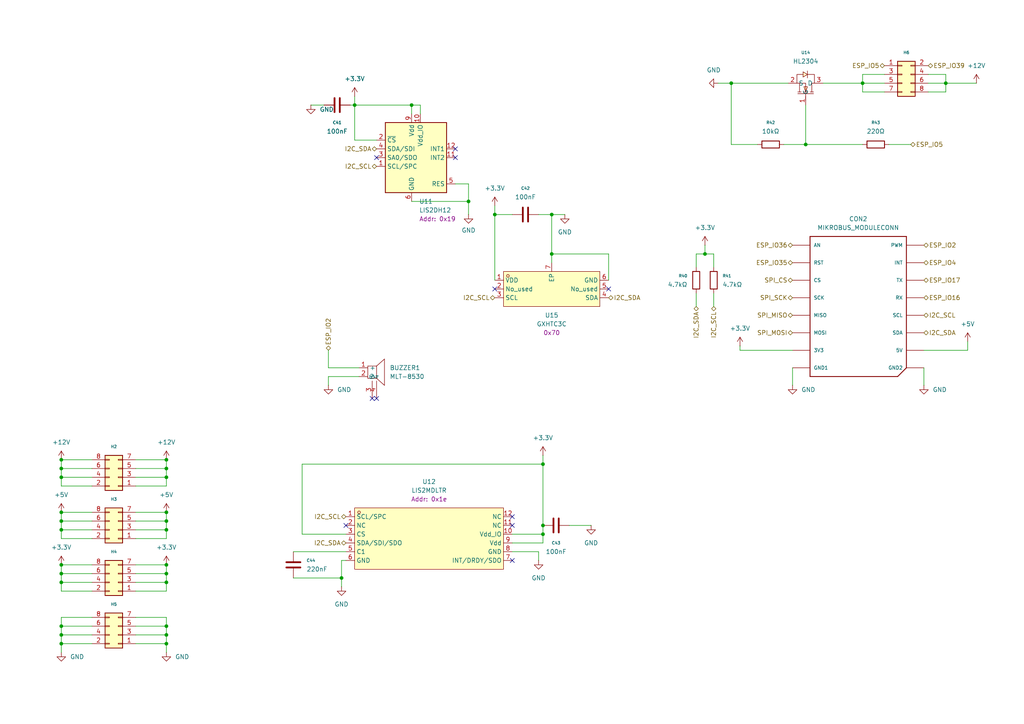
<source format=kicad_sch>
(kicad_sch (version 20231120) (generator "eeschema") (generator_version "8.0")
  (paper "A4")
  (lib_symbols
    (symbol "Connector_Generic:Conn_02x04_Odd_Even" (pin_names (offset 1.016) hide)
      (property "Reference" "J" (at 1.27 5.08 0))
      (property "Value" "Conn_02x04_Odd_Even" (at 1.27 -7.62 0))
      (symbol "Conn_02x04_Odd_Even_1_1"
        (rectangle (start -1.27 -4.953) (end 0 -5.207) (stroke (width 0.1524)))
        (rectangle (start -1.27 -2.413) (end 0 -2.667) (stroke (width 0.1524)))
        (rectangle (start -1.27 0.127) (end 0 -0.127) (stroke (width 0.1524)))
        (rectangle (start -1.27 2.667) (end 0 2.413) (stroke (width 0.1524)))
        (rectangle (start -1.27 3.81) (end 3.81 -6.35) (stroke (width 0.254)) (fill (type background)))
        (rectangle (start 3.81 -4.953) (end 2.54 -5.207) (stroke (width 0.1524)))
        (rectangle (start 3.81 -2.413) (end 2.54 -2.667) (stroke (width 0.1524)))
        (rectangle (start 3.81 0.127) (end 2.54 -0.127) (stroke (width 0.1524)))
        (rectangle (start 3.81 2.667) (end 2.54 2.413) (stroke (width 0.1524)))
        (pin passive line (at -5.08 2.54 0) (length 3.81) (name "Pin_1") (number "1"))
        (pin passive line (at 7.62 2.54 180) (length 3.81) (name "Pin_2") (number "2"))
        (pin passive line (at -5.08 0 0) (length 3.81) (name "Pin_3") (number "3"))
        (pin passive line (at 7.62 0 180) (length 3.81) (name "Pin_4") (number "4"))
        (pin passive line (at -5.08 -2.54 0) (length 3.81) (name "Pin_5") (number "5"))
        (pin passive line (at 7.62 -2.54 180) (length 3.81) (name "Pin_6") (number "6"))
        (pin passive line (at -5.08 -5.08 0) (length 3.81) (name "Pin_7") (number "7"))
        (pin passive line (at 7.62 -5.08 180) (length 3.81) (name "Pin_8") (number "8"))
      )
    )
    (symbol "Device:C" (pin_numbers hide) (pin_names (offset 0.254))
      (property "Reference" "C" (at 0.635 2.54 0))
      (property "Value" "C" (at 0.635 -2.54 0))
      (symbol "C_0_1"
        (polyline (pts (xy -2.032 -0.762) (xy 2.032 -0.762)) (stroke (width 0.508)))
        (polyline (pts (xy -2.032 0.762) (xy 2.032 0.762)) (stroke (width 0.508)))
      )
      (symbol "C_1_1"
        (pin passive line (at 0 3.81 270) (length 2.794) (name "~") (number "1"))
        (pin passive line (at 0 -3.81 90) (length 2.794) (name "~") (number "2"))
      )
    )
    (symbol "Device:R" (pin_numbers hide) (pin_names (offset 0))
      (property "Reference" "R" (at 2.032 0 90))
      (property "Value" "R" (at 0 0 90))
      (symbol "R_0_1"
        (rectangle (start -1.016 -2.54) (end 1.016 2.54) (stroke (width 0.254)))
      )
      (symbol "R_1_1"
        (pin passive line (at 0 3.81 270) (length 1.27) (name "~") (number "1"))
        (pin passive line (at 0 -3.81 90) (length 1.27) (name "~") (number "2"))
      )
    )
    (symbol "Library:GXHTC3C"
      (property "Reference" "U15" (at 0 -8.89 0))
      (property "Value" "GXHTC3C" (at 0 -11.43 0))
      (property "Addr" "0x60" (at 0 -13.97 0))
      (symbol "GXHTC3C_0_1"
        (rectangle (start -13.97 3.81) (end 13.97 -6.35) (fill (type background)))
        (circle (center -12.7 2.54) (radius 0.38))
        (pin unspecified line (at -16.51 -1.27 0) (length 2.54) (name "No_used") (number "2"))
        (pin unspecified line (at -16.51 -3.81 0) (length 2.54) (name "SCL") (number "3"))
        (pin unspecified line (at 16.51 -1.27 180) (length 2.54) (name "No_used") (number "5"))
        (pin unspecified line (at 16.51 1.27 180) (length 2.54) (name "GND") (number "6"))
        (pin unspecified line (at 0 6.35 270) (length 2.54) (name "EP") (number "7"))
      )
      (symbol "GXHTC3C_1_1"
        (pin unspecified line (at -16.51 1.27 0) (length 2.54) (name "VDD") (number "1"))
        (pin unspecified line (at 16.51 -3.81 180) (length 2.54) (name "SDA") (number "4"))
      )
    )
    (symbol "Library:HL2304"
      (property "Reference" "U" (at 0 10.16 0))
      (property "Value" "HL2304" (at 0 -10.16 0))
      (symbol "HL2304_0_1"
        (polyline (pts (xy -3.81 0) (xy -1.78 0)))
        (polyline (pts (xy -1.78 2.29) (xy -1.78 -2.29)))
        (polyline (pts (xy -1.27 -2.29) (xy -1.27 -1.27)))
        (polyline (pts (xy -1.27 -0.51) (xy -1.27 0.51)))
        (polyline (pts (xy -1.27 2.29) (xy -1.27 1.27)))
        (polyline (pts (xy 1.27 -1.78) (xy -1.27 -1.78)))
        (polyline (pts (xy -1.27 0) (xy 0.25 -0.51) (xy 0.25 0.51) (xy -1.27 0)) (fill (type background)))
        (polyline (pts (xy 3.81 0.51) (xy 3.05 -0.76) (xy 4.57 -0.76) (xy 3.81 0.51)) (fill (type background)))
        (polyline (pts (xy 4.83 0.51) (xy 4.32 0.51) (xy 3.3 0.51) (xy 2.79 0.51)))
        (polyline (pts (xy -1.27 0) (xy 1.27 0) (xy 1.27 -2.54) (xy 3.81 -2.54) (xy 3.81 -0.76)))
        (polyline (pts (xy -1.27 1.78) (xy 1.27 1.78) (xy 1.27 2.54) (xy 3.81 2.54) (xy 3.81 0.51)))
        (pin unspecified line (at -5.08 0 0) (length 2.54) (name "G") (number "1"))
        (pin unspecified line (at 1.27 -5.08 90) (length 2.54) (name "S") (number "2"))
        (pin unspecified line (at 1.27 5.08 270) (length 2.54) (name "D") (number "3"))
      )
    )
    (symbol "Library:LIS2MDLTR"
      (property "Reference" "U" (at 0 11.43 0))
      (property "Value" "LIS2MDLTR" (at 0 -11.43 0))
      (symbol "LIS2MDLTR_0_1"
        (rectangle (start -21.59 8.89) (end 21.59 -8.89) (fill (type background)))
        (circle (center -20.32 7.62) (radius 0.38))
        (pin unspecified line (at -24.13 6.35 0) (length 2.54) (name "SCL/SPC") (number "1"))
        (pin unspecified line (at 24.13 1.27 180) (length 2.54) (name "Vdd_IO") (number "10"))
        (pin unspecified line (at 24.13 3.81 180) (length 2.54) (name "NC") (number "11"))
        (pin unspecified line (at 24.13 6.35 180) (length 2.54) (name "NC") (number "12"))
        (pin unspecified line (at -24.13 3.81 0) (length 2.54) (name "NC") (number "2"))
        (pin unspecified line (at -24.13 1.27 0) (length 2.54) (name "CS") (number "3"))
        (pin unspecified line (at -24.13 -1.27 0) (length 2.54) (name "SDA/SDI/SDO") (number "4"))
        (pin unspecified line (at -24.13 -3.81 0) (length 2.54) (name "C1") (number "5"))
        (pin unspecified line (at -24.13 -6.35 0) (length 2.54) (name "GND") (number "6"))
        (pin unspecified line (at 24.13 -6.35 180) (length 2.54) (name "INT/DRDY/SDO") (number "7"))
        (pin unspecified line (at 24.13 -3.81 180) (length 2.54) (name "GND") (number "8"))
        (pin unspecified line (at 24.13 -1.27 180) (length 2.54) (name "Vdd") (number "9"))
      )
    )
    (symbol "Library:MLT-8530"
      (property "Reference" "BUZZER" (at 0 6.35 0))
      (property "Value" "MLT-8530" (at 0 -12.7 0))
      (symbol "MLT-8530_0_1"
        (polyline (pts (xy -1.27 -1.78) (xy 1.27 -1.78)))
        (polyline (pts (xy -1.27 1.78) (xy -1.27 -1.78)))
        (polyline (pts (xy -1.27 1.78) (xy 1.27 1.78)))
        (polyline (pts (xy 1.27 -1.78) (xy 3.56 -3.81)))
        (polyline (pts (xy 1.27 1.78) (xy 1.27 -1.78)))
        (polyline (pts (xy 3.56 3.81) (xy 1.27 1.78)))
        (polyline (pts (xy 3.56 3.81) (xy 3.56 -3.81)))
        (pin unspecified line (at -3.81 1.27 0) (length 2.54) (name "+") (number "1"))
        (pin unspecified line (at -3.81 -1.27 0) (length 2.54) (name "2") (number "2"))
        (pin unspecified line (at 0 -7.62 90) (length 5.08) (name "3") (number "3"))
        (pin unspecified line (at 1.27 -7.62 90) (length 5.08) (name "4") (number "4"))
      )
    )
    (symbol "Sensor_Motion:LIS2DE12"
      (property "Reference" "U" (at -5.08 11.43 0))
      (property "Value" "LIS2DE12" (at 3.81 11.43 0))
      (symbol "LIS2DE12_0_1"
        (rectangle (start -7.62 10.16) (end 10.16 -10.16) (stroke (width 0.254)) (fill (type background)))
      )
      (symbol "LIS2DE12_1_1"
        (pin input line (at -10.16 -2.54 0) (length 2.54) (name "SCL/SPC") (number "1"))
        (pin power_in line (at 2.54 12.7 270) (length 2.54) (name "Vdd_IO") (number "10"))
        (pin output line (at 12.7 0 180) (length 2.54) (name "INT2") (number "11"))
        (pin output line (at 12.7 2.54 180) (length 2.54) (name "INT1") (number "12"))
        (pin input line (at -10.16 5.08 0) (length 2.54) (name "~{CS}") (number "2"))
        (pin bidirectional line (at -10.16 0 0) (length 2.54) (name "SA0/SDO") (number "3"))
        (pin bidirectional line (at -10.16 2.54 0) (length 2.54) (name "SDA/SDI") (number "4"))
        (pin passive line (at 12.7 -7.62 180) (length 2.54) (name "RES") (number "5"))
        (pin power_in line (at 0 -12.7 90) (length 2.54) (name "GND") (number "6"))
        (pin passive line (at 0 -12.7 90) (length 2.54) hide (name "GND") (number "7"))
        (pin passive line (at 0 -12.7 90) (length 2.54) hide (name "GND") (number "8"))
        (pin power_in line (at 0 12.7 270) (length 2.54) (name "Vdd") (number "9"))
      )
    )
    (symbol "mikroBUS:MIKROBUS_MODULE_CONN" (pin_numbers hide) (pin_names (offset 1.016))
      (property "Reference" "CON" (at 10.16 38.1 0))
      (property "Value" "MIKROBUS_MODULE_CONN" (at 2.54 3.81 0))
      (symbol "MIKROBUS_MODULE_CONN_0_0"
        (polyline (pts (xy 0 0) (xy 0 40.64)) (stroke (width 0.254)))
        (polyline (pts (xy 0 40.64) (xy 27.94 40.64)) (stroke (width 0.254)))
        (polyline (pts (xy 25.4 0) (xy 0 0)) (stroke (width 0.254)))
        (polyline (pts (xy 27.94 2.54) (xy 25.4 0)) (stroke (width 0.254)))
        (polyline (pts (xy 27.94 40.64) (xy 27.94 2.54)) (stroke (width 0.254)))
        (pin bidirectional line (at -5.08 38.1 0) (length 5.08) (name "AN") (number "P1"))
        (pin power_in line (at 33.02 7.62 180) (length 5.08) (name "5V") (number "P10"))
        (pin bidirectional line (at 33.02 12.7 180) (length 5.08) (name "SDA") (number "P11"))
        (pin bidirectional line (at 33.02 17.78 180) (length 5.08) (name "SCL") (number "P12"))
        (pin bidirectional line (at 33.02 22.86 180) (length 5.08) (name "RX") (number "P13"))
        (pin bidirectional line (at 33.02 27.94 180) (length 5.08) (name "TX") (number "P14"))
        (pin bidirectional line (at 33.02 33.02 180) (length 5.08) (name "INT") (number "P15"))
        (pin bidirectional line (at 33.02 38.1 180) (length 5.08) (name "PWM") (number "P16"))
        (pin bidirectional line (at -5.08 33.02 0) (length 5.08) (name "RST") (number "P2"))
        (pin bidirectional line (at -5.08 27.94 0) (length 5.08) (name "CS") (number "P3"))
        (pin bidirectional line (at -5.08 22.86 0) (length 5.08) (name "SCK") (number "P4"))
        (pin bidirectional line (at -5.08 17.78 0) (length 5.08) (name "MISO") (number "P5"))
        (pin bidirectional line (at -5.08 12.7 0) (length 5.08) (name "MOSI") (number "P6"))
        (pin power_in line (at -5.08 7.62 0) (length 5.08) (name "3V3") (number "P7"))
        (pin bidirectional line (at -5.08 2.54 0) (length 5.08) (name "GND1") (number "P8"))
        (pin bidirectional line (at 33.02 2.54 180) (length 5.08) (name "GND2") (number "P9"))
      )
    )
    (symbol "power:+12V" (power) (pin_numbers hide) (pin_names (offset 0) hide)
      (property "Value" "+12V" (at 0 3.556 0))
      (symbol "+12V_0_1"
        (polyline (pts (xy -0.762 1.27) (xy 0 2.54)))
        (polyline (pts (xy 0 0) (xy 0 2.54)))
        (polyline (pts (xy 0 2.54) (xy 0.762 1.27)))
      )
      (symbol "+12V_1_1"
        (pin power_in line (at 0 0 90) (length 0) (name "~") (number "1"))
      )
    )
    (symbol "power:+3.3V" (power) (pin_numbers hide) (pin_names (offset 0) hide)
      (property "Value" "+3.3V" (at 0 3.556 0))
      (symbol "+3.3V_0_1"
        (polyline (pts (xy -0.762 1.27) (xy 0 2.54)))
        (polyline (pts (xy 0 0) (xy 0 2.54)))
        (polyline (pts (xy 0 2.54) (xy 0.762 1.27)))
      )
      (symbol "+3.3V_1_1"
        (pin power_in line (at 0 0 90) (length 0) (name "~") (number "1"))
      )
    )
    (symbol "power:+5V" (power) (pin_numbers hide) (pin_names (offset 0) hide)
      (property "Value" "+5V" (at 0 3.556 0))
      (symbol "+5V_0_1"
        (polyline (pts (xy -0.762 1.27) (xy 0 2.54)))
        (polyline (pts (xy 0 0) (xy 0 2.54)))
        (polyline (pts (xy 0 2.54) (xy 0.762 1.27)))
      )
      (symbol "+5V_1_1"
        (pin power_in line (at 0 0 90) (length 0) (name "~") (number "1"))
      )
    )
    (symbol "power:GND" (power) (pin_numbers hide) (pin_names (offset 0) hide)
      (property "Value" "GND" (at 0 -3.81 0))
      (symbol "GND_0_1"
        (polyline (pts (xy 0 0) (xy 0 -1.27) (xy 1.27 -1.27) (xy 0 -2.54) (xy -1.27 -1.27) (xy 0 -1.27)))
      )
      (symbol "GND_1_1"
        (pin power_in line (at 0 0 270) (length 0) (name "~") (number "1"))
      )
    )
  )
  (junction (at 48.26 133.35))
  (junction (at 212.09 24.13))
  (junction (at 48.26 138.43))
  (junction (at 102.87 30.48))
  (junction (at 48.26 148.59))
  (junction (at 274.32 24.13))
  (junction (at 160.02 62.23))
  (junction (at 250.19 24.13))
  (junction (at 48.26 151.13))
  (junction (at 48.26 168.91))
  (junction (at 17.78 184.15))
  (junction (at 48.26 184.15))
  (junction (at 99.06 167.64))
  (junction (at 143.51 62.23))
  (junction (at 204.47 73.66))
  (junction (at 17.78 151.13))
  (junction (at 17.78 138.43))
  (junction (at 157.48 152.4))
  (junction (at 17.78 186.69))
  (junction (at 48.26 181.61))
  (junction (at 17.78 133.35))
  (junction (at 48.26 186.69))
  (junction (at 48.26 166.37))
  (junction (at 17.78 168.91))
  (junction (at 160.02 73.66))
  (junction (at 157.48 134.62))
  (junction (at 48.26 163.83))
  (junction (at 17.78 135.89))
  (junction (at 233.68 41.91))
  (junction (at 48.26 135.89))
  (junction (at 17.78 166.37))
  (junction (at 17.78 148.59))
  (junction (at 17.78 181.61))
  (junction (at 17.78 163.83))
  (junction (at 48.26 153.67))
  (junction (at 157.48 154.94))
  (junction (at 17.78 153.67))
  (junction (at 135.89 58.42))
  (junction (at 119.38 30.48))
  (no_connect (at 148.59 162.56))
  (no_connect (at 176.53 83.82))
  (no_connect (at 109.22 115.57))
  (no_connect (at 107.95 115.57))
  (no_connect (at 143.51 83.82))
  (no_connect (at 148.59 149.86))
  (no_connect (at 109.22 45.72))
  (no_connect (at 100.33 152.4))
  (no_connect (at 148.59 152.4))
  (no_connect (at 132.08 45.72))
  (no_connect (at 132.08 43.18))
  (wire (pts (xy 250.19 24.13) (xy 256.54 24.13)))
  (wire (pts (xy 48.26 171.45) (xy 39.37 171.45)))
  (wire (pts (xy 233.68 41.91) (xy 250.19 41.91)))
  (wire (pts (xy 48.26 181.61) (xy 48.26 184.15)))
  (wire (pts (xy 17.78 140.97) (xy 17.78 138.43)))
  (wire (pts (xy 135.89 58.42) (xy 135.89 53.34)))
  (wire (pts (xy 17.78 135.89) (xy 17.78 133.35)))
  (wire (pts (xy 39.37 184.15) (xy 48.26 184.15)))
  (wire (pts (xy 26.67 168.91) (xy 17.78 168.91)))
  (wire (pts (xy 157.48 157.48) (xy 148.59 157.48)))
  (wire (pts (xy 229.87 111.76) (xy 229.87 106.68)))
  (wire (pts (xy 157.48 132.08) (xy 157.48 134.62)))
  (wire (pts (xy 26.67 135.89) (xy 17.78 135.89)))
  (wire (pts (xy 250.19 24.13) (xy 250.19 26.67)))
  (wire (pts (xy 201.93 73.66) (xy 204.47 73.66)))
  (wire (pts (xy 176.53 73.66) (xy 160.02 73.66)))
  (wire (pts (xy 17.78 148.59) (xy 17.78 151.13)))
  (wire (pts (xy 26.67 153.67) (xy 17.78 153.67)))
  (wire (pts (xy 17.78 181.61) (xy 17.78 179.07)))
  (wire (pts (xy 201.93 85.09) (xy 201.93 88.9)))
  (wire (pts (xy 48.26 179.07) (xy 48.26 181.61)))
  (wire (pts (xy 17.78 166.37) (xy 17.78 168.91)))
  (wire (pts (xy 207.01 85.09) (xy 207.01 88.9)))
  (wire (pts (xy 171.45 152.4) (xy 165.1 152.4)))
  (wire (pts (xy 48.26 135.89) (xy 48.26 138.43)))
  (wire (pts (xy 48.26 163.83) (xy 48.26 166.37)))
  (wire (pts (xy 39.37 181.61) (xy 48.26 181.61)))
  (wire (pts (xy 102.87 30.48) (xy 102.87 27.94)))
  (wire (pts (xy 48.26 166.37) (xy 48.26 168.91)))
  (wire (pts (xy 95.25 101.6) (xy 95.25 106.68)))
  (wire (pts (xy 204.47 71.12) (xy 204.47 73.66)))
  (wire (pts (xy 48.26 179.07) (xy 39.37 179.07)))
  (wire (pts (xy 157.48 154.94) (xy 157.48 157.48)))
  (wire (pts (xy 48.26 184.15) (xy 48.26 186.69)))
  (wire (pts (xy 48.26 163.83) (xy 39.37 163.83)))
  (wire (pts (xy 48.26 168.91) (xy 48.26 171.45)))
  (wire (pts (xy 207.01 73.66) (xy 207.01 77.47)))
  (wire (pts (xy 17.78 171.45) (xy 26.67 171.45)))
  (wire (pts (xy 95.25 109.22) (xy 104.14 109.22)))
  (wire (pts (xy 176.53 81.28) (xy 176.53 73.66)))
  (wire (pts (xy 148.59 160.02) (xy 156.21 160.02)))
  (wire (pts (xy 280.67 99.06) (xy 280.67 101.6)))
  (wire (pts (xy 160.02 73.66) (xy 160.02 76.2)))
  (wire (pts (xy 48.26 148.59) (xy 48.26 151.13)))
  (wire (pts (xy 160.02 62.23) (xy 163.83 62.23)))
  (wire (pts (xy 85.09 167.64) (xy 99.06 167.64)))
  (wire (pts (xy 48.26 156.21) (xy 39.37 156.21)))
  (wire (pts (xy 48.26 138.43) (xy 48.26 140.97)))
  (wire (pts (xy 143.51 81.28) (xy 143.51 62.23)))
  (wire (pts (xy 100.33 160.02) (xy 85.09 160.02)))
  (wire (pts (xy 95.25 111.76) (xy 95.25 109.22)))
  (wire (pts (xy 201.93 73.66) (xy 201.93 77.47)))
  (wire (pts (xy 119.38 58.42) (xy 135.89 58.42)))
  (wire (pts (xy 48.26 151.13) (xy 48.26 153.67)))
  (wire (pts (xy 212.09 41.91) (xy 219.71 41.91)))
  (wire (pts (xy 256.54 21.59) (xy 250.19 21.59)))
  (wire (pts (xy 143.51 59.69) (xy 143.51 62.23)))
  (wire (pts (xy 212.09 24.13) (xy 212.09 41.91)))
  (wire (pts (xy 269.24 24.13) (xy 274.32 24.13)))
  (wire (pts (xy 17.78 135.89) (xy 17.78 138.43)))
  (wire (pts (xy 39.37 135.89) (xy 48.26 135.89)))
  (wire (pts (xy 17.78 153.67) (xy 17.78 156.21)))
  (wire (pts (xy 26.67 151.13) (xy 17.78 151.13)))
  (wire (pts (xy 204.47 73.66) (xy 207.01 73.66)))
  (wire (pts (xy 17.78 186.69) (xy 26.67 186.69)))
  (wire (pts (xy 99.06 162.56) (xy 99.06 167.64)))
  (wire (pts (xy 157.48 152.4) (xy 157.48 154.94)))
  (wire (pts (xy 102.87 40.64) (xy 102.87 30.48)))
  (wire (pts (xy 48.26 133.35) (xy 48.26 135.89)))
  (wire (pts (xy 102.87 30.48) (xy 119.38 30.48)))
  (wire (pts (xy 90.17 30.48) (xy 93.98 30.48)))
  (wire (pts (xy 48.26 186.69) (xy 39.37 186.69)))
  (wire (pts (xy 214.63 101.6) (xy 229.87 101.6)))
  (wire (pts (xy 17.78 179.07) (xy 26.67 179.07)))
  (wire (pts (xy 109.22 40.64) (xy 102.87 40.64)))
  (wire (pts (xy 148.59 154.94) (xy 157.48 154.94)))
  (wire (pts (xy 17.78 168.91) (xy 17.78 171.45)))
  (wire (pts (xy 17.78 151.13) (xy 17.78 153.67)))
  (wire (pts (xy 17.78 148.59) (xy 26.67 148.59)))
  (wire (pts (xy 121.92 33.02) (xy 121.92 30.48)))
  (wire (pts (xy 143.51 62.23) (xy 148.59 62.23)))
  (wire (pts (xy 157.48 134.62) (xy 157.48 152.4)))
  (wire (pts (xy 26.67 138.43) (xy 17.78 138.43)))
  (wire (pts (xy 267.97 111.76) (xy 267.97 106.68)))
  (wire (pts (xy 17.78 163.83) (xy 26.67 163.83)))
  (wire (pts (xy 238.76 24.13) (xy 250.19 24.13)))
  (wire (pts (xy 274.32 24.13) (xy 274.32 26.67)))
  (wire (pts (xy 274.32 21.59) (xy 274.32 24.13)))
  (wire (pts (xy 212.09 24.13) (xy 208.28 24.13)))
  (wire (pts (xy 156.21 160.02) (xy 156.21 162.56)))
  (wire (pts (xy 39.37 166.37) (xy 48.26 166.37)))
  (wire (pts (xy 26.67 184.15) (xy 17.78 184.15)))
  (wire (pts (xy 48.26 148.59) (xy 39.37 148.59)))
  (wire (pts (xy 17.78 133.35) (xy 26.67 133.35)))
  (wire (pts (xy 48.26 140.97) (xy 39.37 140.97)))
  (wire (pts (xy 212.09 24.13) (xy 228.6 24.13)))
  (wire (pts (xy 274.32 26.67) (xy 269.24 26.67)))
  (wire (pts (xy 99.06 162.56) (xy 100.33 162.56)))
  (wire (pts (xy 257.81 41.91) (xy 264.16 41.91)))
  (wire (pts (xy 87.63 134.62) (xy 157.48 134.62)))
  (wire (pts (xy 95.25 106.68) (xy 104.14 106.68)))
  (wire (pts (xy 99.06 167.64) (xy 99.06 170.18)))
  (wire (pts (xy 87.63 154.94) (xy 87.63 134.62)))
  (wire (pts (xy 17.78 140.97) (xy 26.67 140.97)))
  (wire (pts (xy 101.6 30.48) (xy 102.87 30.48)))
  (wire (pts (xy 250.19 21.59) (xy 250.19 24.13)))
  (wire (pts (xy 214.63 100.33) (xy 214.63 101.6)))
  (wire (pts (xy 26.67 181.61) (xy 17.78 181.61)))
  (wire (pts (xy 39.37 153.67) (xy 48.26 153.67)))
  (wire (pts (xy 156.21 62.23) (xy 160.02 62.23)))
  (wire (pts (xy 160.02 62.23) (xy 160.02 73.66)))
  (wire (pts (xy 48.26 153.67) (xy 48.26 156.21)))
  (wire (pts (xy 39.37 168.91) (xy 48.26 168.91)))
  (wire (pts (xy 100.33 154.94) (xy 87.63 154.94)))
  (wire (pts (xy 119.38 33.02) (xy 119.38 30.48)))
  (wire (pts (xy 119.38 30.48) (xy 121.92 30.48)))
  (wire (pts (xy 48.26 189.23) (xy 48.26 186.69)))
  (wire (pts (xy 233.68 41.91) (xy 233.68 30.48)))
  (wire (pts (xy 39.37 138.43) (xy 48.26 138.43)))
  (wire (pts (xy 227.33 41.91) (xy 233.68 41.91)))
  (wire (pts (xy 135.89 62.23) (xy 135.89 58.42)))
  (wire (pts (xy 17.78 186.69) (xy 17.78 184.15)))
  (wire (pts (xy 280.67 101.6) (xy 267.97 101.6)))
  (wire (pts (xy 17.78 181.61) (xy 17.78 184.15)))
  (wire (pts (xy 17.78 156.21) (xy 26.67 156.21)))
  (wire (pts (xy 269.24 21.59) (xy 274.32 21.59)))
  (wire (pts (xy 26.67 166.37) (xy 17.78 166.37)))
  (wire (pts (xy 48.26 133.35) (xy 39.37 133.35)))
  (wire (pts (xy 135.89 53.34) (xy 132.08 53.34)))
  (wire (pts (xy 17.78 163.83) (xy 17.78 166.37)))
  (wire (pts (xy 17.78 189.23) (xy 17.78 186.69)))
  (wire (pts (xy 250.19 26.67) (xy 256.54 26.67)))
  (wire (pts (xy 39.37 151.13) (xy 48.26 151.13)))
  (wire (pts (xy 283.21 24.13) (xy 274.32 24.13)))
  (hierarchical_label "I2C_SDA" (shape bidirectional) (at 267.97 96.52 0))
  (hierarchical_label "I2C_SDA" (shape bidirectional) (at 100.33 157.48 180))
  (hierarchical_label "ESP_IO35" (shape bidirectional) (at 229.87 76.2 180))
  (hierarchical_label "I2C_SCL" (shape bidirectional) (at 109.22 48.26 180))
  (hierarchical_label "ESP_IO39" (shape bidirectional) (at 269.24 19.05 0))
  (hierarchical_label "ESP_IO5" (shape bidirectional) (at 264.16 41.91 0))
  (hierarchical_label "I2C_SDA" (shape bidirectional) (at 201.93 88.9 270))
  (hierarchical_label "ESP_IO5" (shape bidirectional) (at 256.54 19.05 180))
  (hierarchical_label "ESP_IO17" (shape bidirectional) (at 267.97 81.28 0))
  (hierarchical_label "ESP_IO36" (shape bidirectional) (at 229.87 71.12 180))
  (hierarchical_label "SPI_MISO" (shape bidirectional) (at 229.87 91.44 180))
  (hierarchical_label "I2C_SCL" (shape bidirectional) (at 100.33 149.86 180))
  (hierarchical_label "SPI_MOSI" (shape bidirectional) (at 229.87 96.52 180))
  (hierarchical_label "I2C_SDA" (shape bidirectional) (at 109.22 43.18 180))
  (hierarchical_label "ESP_IO4" (shape bidirectional) (at 267.97 76.2 0))
  (hierarchical_label "I2C_SDA" (shape bidirectional) (at 176.53 86.36 0))
  (hierarchical_label "SPI_SCK" (shape bidirectional) (at 229.87 86.36 180))
  (hierarchical_label "SPI_CS" (shape bidirectional) (at 229.87 81.28 180))
  (hierarchical_label "I2C_SCL" (shape bidirectional) (at 267.97 91.44 0))
  (hierarchical_label "I2C_SCL" (shape bidirectional) (at 207.01 88.9 270))
  (hierarchical_label "I2C_SCL" (shape bidirectional) (at 143.51 86.36 180))
  (hierarchical_label "ESP_IO2" (shape bidirectional) (at 95.25 101.6 90))
  (hierarchical_label "ESP_IO2" (shape bidirectional) (at 267.97 71.12 0))
  (hierarchical_label "ESP_IO16" (shape bidirectional) (at 267.97 86.36 0))
  (symbol (lib_id "Library:MLT-8530") (at 107.95 107.95 0) (unit 1)
    (property "Reference" "BUZZER1" (at 113.03 106.6799 0) (effects (justify left)))
    (property "Value" "MLT-8530" (at 113.03 109.2199 0) (effects (justify left)))
    (property "Footprint" "Library:BUZ-SMD_4P-L8.5-W8.5-P8.50-BR" (effects (hide yes)))
    (property "Datasheet" "https://lcsc.com/product-detail/Buzzers_MLT-8530_C94599.html" (effects (hide yes)))
    (property "LCSC Part" "C94599" (effects (hide yes)))
    (property "LCSC" "C94599" (effects (hide yes)))
  )
  (symbol (lib_id "Device:C") (at 152.4 62.23 270) (unit 1)
    (property "Reference" "C42" (at 152.4 54.61 90) (effects (font (size 0.8382 0.8382))))
    (property "Value" "100nF" (at 152.4 57.15 90))
    (property "Footprint" "Capacitor_SMD:C_0603_1608Metric" (effects (hide yes)))
    (property "Description" "Unpolarized capacitor" (effects (hide yes)))
    (property "LCSC" "C14663" (effects (hide yes)))
  )
  (symbol (lib_id "power:+12V") (at 283.21 24.13 0) (unit 1)
    (property "Reference" "#PWR087" (effects (hide yes)))
    (property "Value" "+12V" (at 283.21 19.05 0))
    (property "Description" "Power symbol creates a global label with name \"+12V\"" (effects (hide yes)))
  )
  (symbol (lib_id "power:+3.3V") (at 157.48 132.08 0) (unit 1)
    (property "Reference" "#PWR074" (effects (hide yes)))
    (property "Value" "+3.3V" (at 157.48 127 0))
    (property "Description" "Power symbol creates a global label with name \"+3.3V\"" (effects (hide yes)))
  )
  (symbol (lib_id "Sensor_Motion:LIS2DE12") (at 119.38 45.72 0) (unit 1)
    (property "Reference" "U11" (at 121.5741 58.42 0) (effects (justify left)))
    (property "Value" "LIS2DH12" (at 121.5741 60.96 0) (effects (justify left)))
    (property "Footprint" "Package_LGA:LGA-12_2x2mm_P0.5mm" (effects (hide yes)))
    (property "Datasheet" "https://www.st.com/resource/en/datasheet/lis2DE12.pdf" (effects (hide yes)))
    (property "Description" "3-Axis Accelerometer, 2/4/8/16g range, I2C/SPI interface" (effects (hide yes)))
    (property "Addr" "0x19" (at 121.5741 63.5 0) (show_name yes) (effects (justify left)))
    (property "LCSC" "C110926" (effects (hide yes)))
  )
  (symbol (lib_id "Device:C") (at 97.79 30.48 270) (unit 1)
    (property "Reference" "C41" (at 97.79 35.56 90) (effects (font (size 0.8382 0.8382))))
    (property "Value" "100nF" (at 97.79 38.1 90))
    (property "Footprint" "Capacitor_SMD:C_0603_1608Metric" (effects (hide yes)))
    (property "Description" "Unpolarized capacitor" (effects (hide yes)))
    (property "LCSC" "C14663" (effects (hide yes)))
  )
  (symbol (lib_id "power:GND") (at 99.06 170.18 0) (unit 1)
    (property "Reference" "#PWR077" (effects (hide yes)))
    (property "Value" "GND" (at 99.06 175.26 0))
    (property "Description" "Power symbol creates a global label with name \"GND\" , ground" (effects (hide yes)))
  )
  (symbol (lib_id "power:+12V") (at 17.78 133.35 0) (unit 1)
    (property "Reference" "#PWR062" (effects (hide yes)))
    (property "Value" "+12V" (at 17.78 128.27 0))
    (property "Description" "Power symbol creates a global label with name \"+12V\"" (effects (hide yes)))
  )
  (symbol (lib_id "power:+12V") (at 48.26 133.35 0) (unit 1)
    (property "Reference" "#PWR066" (effects (hide yes)))
    (property "Value" "+12V" (at 48.26 128.27 0))
    (property "Description" "Power symbol creates a global label with name \"+12V\"" (effects (hide yes)))
  )
  (symbol (lib_id "power:GND") (at 208.28 24.13 270) (unit 1)
    (property "Reference" "#PWR082" (effects (hide yes)))
    (property "Value" "GND" (at 207.01 20.32 90))
    (property "Description" "Power symbol creates a global label with name \"GND\" , ground" (effects (hide yes)))
  )
  (symbol (lib_id "Connector_Generic:Conn_02x04_Odd_Even") (at 34.29 153.67 180) (unit 1)
    (property "Reference" "H3" (at 33.02 144.78 0) (effects (font (size 0.8382 0.8382))))
    (property "Value" "2.54-2*4P立贴针" (effects (hide yes)))
    (property "Footprint" "Connector_PinHeader_2.54mm:PinHeader_2x04_P2.54mm_Vertical_SMD" (effects (hide yes)))
    (property "Description" "Generic connector, double row, 02x04, odd/even pin numbering scheme (row 1 odd numbers, row 2 even numbers), script generated (kicad-library-utils/schlib/autogen/connector/)" (effects (hide yes)))
    (property "Manufacturer Part" "3.3V Header" (effects (hide yes)))
    (property "LCSC" "C192300" (effects (hide yes)))
  )
  (symbol (lib_id "Device:R") (at 201.93 81.28 180) (unit 1)
    (property "Reference" "R40" (at 199.39 80.0099 0) (effects (font (size 0.8382 0.8382)) (justify left)))
    (property "Value" "4.7kΩ" (at 199.39 82.5499 0) (effects (justify left)))
    (property "Footprint" "Resistor_SMD:R_0603_1608Metric" (effects (hide yes)))
    (property "Description" "Resistor" (effects (hide yes)))
    (property "LCSC" "C23162" (effects (hide yes)))
  )
  (symbol (lib_id "power:GND") (at 229.87 111.76 0) (unit 1)
    (property "Reference" "#PWR084" (effects (hide yes)))
    (property "Value" "GND" (at 232.41 113.0299 0) (effects (justify left)))
    (property "Description" "Power symbol creates a global label with name \"GND\" , ground" (effects (hide yes)))
  )
  (symbol (lib_id "power:GND") (at 135.89 62.23 0) (unit 1)
    (property "Reference" "#PWR073" (effects (hide yes)))
    (property "Value" "GND" (at 133.858 66.802 0) (effects (justify left)))
    (property "Description" "Power symbol creates a global label with name \"GND\" , ground" (effects (hide yes)))
  )
  (symbol (lib_id "power:+3.3V") (at 204.47 71.12 0) (unit 1)
    (property "Reference" "#PWR081" (effects (hide yes)))
    (property "Value" "+3.3V" (at 204.47 66.04 0))
    (property "Description" "Power symbol creates a global label with name \"+3.3V\"" (effects (hide yes)))
  )
  (symbol (lib_id "power:GND") (at 156.21 162.56 0) (unit 1)
    (property "Reference" "#PWR076" (effects (hide yes)))
    (property "Value" "GND" (at 156.21 167.64 0))
    (property "Description" "Power symbol creates a global label with name \"GND\" , ground" (effects (hide yes)))
  )
  (symbol (lib_id "power:GND") (at 95.25 111.76 0) (unit 1)
    (property "Reference" "#PWR071" (effects (hide yes)))
    (property "Value" "GND" (at 97.79 113.0299 0) (effects (justify left)))
    (property "Description" "Power symbol creates a global label with name \"GND\" , ground" (effects (hide yes)))
  )
  (symbol (lib_id "power:GND") (at 267.97 111.76 0) (unit 1)
    (property "Reference" "#PWR085" (effects (hide yes)))
    (property "Value" "GND" (at 270.51 113.0299 0) (effects (justify left)))
    (property "Description" "Power symbol creates a global label with name \"GND\" , ground" (effects (hide yes)))
  )
  (symbol (lib_id "power:+3.3V") (at 143.51 59.69 0) (unit 1)
    (property "Reference" "#PWR079" (effects (hide yes)))
    (property "Value" "+3.3V" (at 143.51 54.61 0))
    (property "Description" "Power symbol creates a global label with name \"+3.3V\"" (effects (hide yes)))
  )
  (symbol (lib_id "Device:R") (at 254 41.91 90) (unit 1)
    (property "Reference" "R43" (at 254 35.56 90) (effects (font (size 0.8382 0.8382))))
    (property "Value" "220Ω" (at 254 38.1 90))
    (property "Footprint" "Resistor_SMD:R_0603_1608Metric" (effects (hide yes)))
    (property "Description" "Resistor" (effects (hide yes)))
    (property "LCSC" "C22962" (effects (hide yes)))
  )
  (symbol (lib_id "Connector_Generic:Conn_02x04_Odd_Even") (at 34.29 184.15 180) (unit 1)
    (property "Reference" "H5" (at 33.02 175.26 0) (effects (font (size 0.8382 0.8382))))
    (property "Value" "2.54-2*4P立贴针" (effects (hide yes)))
    (property "Footprint" "Connector_PinHeader_2.54mm:PinHeader_2x04_P2.54mm_Vertical_SMD" (effects (hide yes)))
    (property "Description" "Generic connector, double row, 02x04, odd/even pin numbering scheme (row 1 odd numbers, row 2 even numbers), script generated (kicad-library-utils/schlib/autogen/connector/)" (effects (hide yes)))
    (property "Manufacturer Part" "GND Header" (effects (hide yes)))
    (property "LCSC" "C192300" (effects (hide yes)))
  )
  (symbol (lib_id "power:GND") (at 163.83 62.23 0) (unit 1)
    (property "Reference" "#PWR090" (effects (hide yes)))
    (property "Value" "GND" (at 163.83 67.31 0))
    (property "Description" "Power symbol creates a global label with name \"GND\" , ground" (effects (hide yes)))
  )
  (symbol (lib_id "Library:HL2304") (at 233.68 25.4 270) (mirror x) (unit 1)
    (property "Reference" "U14" (at 233.68 15.24 90) (effects (font (size 0.8382 0.8382))))
    (property "Value" "HL2304" (at 233.68 17.78 90))
    (property "Footprint" "Package_TO_SOT_SMD:SOT-23" (effects (hide yes)))
    (property "Datasheet" "https://ngspice.sourceforge.io/docs/ngspice-html-manual/manual.xhtml#cha_MOSFETs" (effects (hide yes)))
    (property "Description" "N-MOSFET transistor, drain/source/gate" (effects (hide yes)))
    (property "LCSC" "C7420346" (effects (hide yes)))
    (property "Sim.Device" "NMOS" (effects (hide yes)))
    (property "Sim.Type" "VDMOS" (effects (hide yes)))
    (property "Sim.Pins" "1=D 2=G 3=S" (effects (hide yes)))
    (property "LCSC Part" "C7420346" (effects (hide yes)))
  )
  (symbol (lib_id "Connector_Generic:Conn_02x04_Odd_Even") (at 261.62 21.59 0) (unit 1)
    (property "Reference" "H6" (at 262.89 15.24 0) (effects (font (size 0.8382 0.8382))))
    (property "Value" "2.54-2*4P立贴针" (effects (hide yes)))
    (property "Footprint" "Connector_PinHeader_2.54mm:PinHeader_2x04_P2.54mm_Vertical_SMD" (effects (hide yes)))
    (property "Description" "Generic connector, double row, 02x04, odd/even pin numbering scheme (row 1 odd numbers, row 2 even numbers), script generated (kicad-library-utils/schlib/autogen/connector/)" (effects (hide yes)))
    (property "Manufacturer Part" "Light Header" (effects (hide yes)))
    (property "LCSC" "C192300" (effects (hide yes)))
  )
  (symbol (lib_id "Device:R") (at 207.01 81.28 0) (mirror y) (unit 1)
    (property "Reference" "R41" (at 209.55 80.0099 0) (effects (font (size 0.8382 0.8382)) (justify right)))
    (property "Value" "4.7kΩ" (at 209.55 82.5499 0) (effects (justify right)))
    (property "Footprint" "Resistor_SMD:R_0603_1608Metric" (effects (hide yes)))
    (property "Description" "Resistor" (effects (hide yes)))
    (property "LCSC" "C23162" (effects (hide yes)))
  )
  (symbol (lib_id "power:+3.3V") (at 214.63 100.33 0) (unit 1)
    (property "Reference" "#PWR083" (effects (hide yes)))
    (property "Value" "+3.3V" (at 214.63 95.25 0))
    (property "Description" "Power symbol creates a global label with name \"+3.3V\"" (effects (hide yes)))
  )
  (symbol (lib_id "power:+3.3V") (at 48.26 163.83 0) (unit 1)
    (property "Reference" "#PWR068" (effects (hide yes)))
    (property "Value" "+3.3V" (at 48.26 158.75 0))
    (property "Description" "Power symbol creates a global label with name \"+3.3V\"" (effects (hide yes)))
  )
  (symbol (lib_id "power:+3.3V") (at 17.78 163.83 0) (unit 1)
    (property "Reference" "#PWR064" (effects (hide yes)))
    (property "Value" "+3.3V" (at 17.78 158.75 0))
    (property "Description" "Power symbol creates a global label with name \"+3.3V\"" (effects (hide yes)))
  )
  (symbol (lib_id "power:GND") (at 17.78 189.23 0) (mirror y) (unit 1)
    (property "Reference" "#PWR065" (effects (hide yes)))
    (property "Value" "GND" (at 20.32 190.4999 0) (effects (justify right)))
    (property "Description" "Power symbol creates a global label with name \"GND\" , ground" (effects (hide yes)))
  )
  (symbol (lib_id "Connector_Generic:Conn_02x04_Odd_Even") (at 34.29 138.43 180) (unit 1)
    (property "Reference" "H2" (at 33.02 129.54 0) (effects (font (size 0.8382 0.8382))))
    (property "Value" "2.54-2*4P立贴针" (effects (hide yes)))
    (property "Footprint" "Connector_PinHeader_2.54mm:PinHeader_2x04_P2.54mm_Vertical_SMD" (effects (hide yes)))
    (property "Description" "Generic connector, double row, 02x04, odd/even pin numbering scheme (row 1 odd numbers, row 2 even numbers), script generated (kicad-library-utils/schlib/autogen/connector/)" (effects (hide yes)))
    (property "Manufacturer Part" "12V Header" (effects (hide yes)))
    (property "LCSC" "C192300" (effects (hide yes)))
  )
  (symbol (lib_id "Device:C") (at 161.29 152.4 90) (unit 1)
    (property "Reference" "C43" (at 161.29 157.48 90) (effects (font (size 0.8382 0.8382))))
    (property "Value" "100nF" (at 161.29 160.02 90))
    (property "Footprint" "Capacitor_SMD:C_0603_1608Metric" (effects (hide yes)))
    (property "Description" "Unpolarized capacitor" (effects (hide yes)))
    (property "LCSC" "C14663" (effects (hide yes)))
  )
  (symbol (lib_id "Library:GXHTC3C") (at 160.02 82.55 0) (unit 1)
    (property "Reference" "U15" (at 160.02 91.44 0))
    (property "Value" "GXHTC3C" (at 160.02 93.98 0))
    (property "Footprint" "Library:DFN-6_L2.0-W2.0-P0.50-TL-EP" (effects (hide yes)))
    (property "LCSC Part" "C2913568" (effects (hide yes)))
    (property "Addr" "0x70" (at 160.02 96.52 0))
  )
  (symbol (lib_id "Connector_Generic:Conn_02x04_Odd_Even") (at 34.29 168.91 180) (unit 1)
    (property "Reference" "H4" (at 33.02 160.02 0) (effects (font (size 0.8382 0.8382))))
    (property "Value" "2.54-2*4P立贴针" (effects (hide yes)))
    (property "Footprint" "Connector_PinHeader_2.54mm:PinHeader_2x04_P2.54mm_Vertical_SMD" (effects (hide yes)))
    (property "Description" "Generic connector, double row, 02x04, odd/even pin numbering scheme (row 1 odd numbers, row 2 even numbers), script generated (kicad-library-utils/schlib/autogen/connector/)" (effects (hide yes)))
    (property "Manufacturer Part" "3.3V Header" (effects (hide yes)))
    (property "LCSC" "C192300" (effects (hide yes)))
  )
  (symbol (lib_id "power:+5V") (at 48.26 148.59 0) (unit 1)
    (property "Reference" "#PWR067" (effects (hide yes)))
    (property "Value" "+5V" (at 48.26 143.51 0))
    (property "Description" "Power symbol creates a global label with name \"+5V\"" (effects (hide yes)))
  )
  (symbol (lib_id "power:GND") (at 90.17 30.48 0) (unit 1)
    (property "Reference" "#PWR070" (effects (hide yes)))
    (property "Value" "GND" (at 92.71 31.7499 0) (effects (justify left)))
    (property "Description" "Power symbol creates a global label with name \"GND\" , ground" (effects (hide yes)))
  )
  (symbol (lib_id "power:GND") (at 48.26 189.23 0) (mirror y) (unit 1)
    (property "Reference" "#PWR069" (effects (hide yes)))
    (property "Value" "GND" (at 50.8 190.4999 0) (effects (justify right)))
    (property "Description" "Power symbol creates a global label with name \"GND\" , ground" (effects (hide yes)))
  )
  (symbol (lib_id "power:+5V") (at 17.78 148.59 0) (unit 1)
    (property "Reference" "#PWR063" (effects (hide yes)))
    (property "Value" "+5V" (at 17.78 143.51 0))
    (property "Description" "Power symbol creates a global label with name \"+5V\"" (effects (hide yes)))
  )
  (symbol (lib_id "mikroBUS:MIKROBUS_MODULE_CONN") (at 234.95 109.22 0) (unit 1)
    (property "Reference" "CON2" (at 248.92 63.5 0))
    (property "Value" "MIKROBUS_MODULECONN" (at 248.92 66.04 0))
    (property "Footprint" "mikroBUS:MIKROBUS_MODULE_CONN" (effects (hide yes)))
    (property "Description" "MikroBUS module connector" (effects (hide yes)))
  )
  (symbol (lib_id "power:+5V") (at 280.67 99.06 0) (unit 1)
    (property "Reference" "#PWR086" (effects (hide yes)))
    (property "Value" "+5V" (at 280.67 93.98 0))
    (property "Description" "Power symbol creates a global label with name \"+5V\"" (effects (hide yes)))
  )
  (symbol (lib_id "power:+3.3V") (at 102.87 27.94 0) (unit 1)
    (property "Reference" "#PWR072" (effects (hide yes)))
    (property "Value" "+3.3V" (at 102.87 22.86 0))
    (property "Description" "Power symbol creates a global label with name \"+3.3V\"" (effects (hide yes)))
  )
  (symbol (lib_id "Library:LIS2MDLTR") (at 124.46 156.21 0) (unit 1)
    (property "Reference" "U12" (at 124.46 139.7 0))
    (property "Value" "LIS2MDLTR" (at 124.46 142.24 0))
    (property "Footprint" "Library:LGA-12_L2.0-W2.0-P0.50-BL" (effects (hide yes)))
    (property "LCSC" "C919695" (effects (hide yes)))
    (property "Addr" "0x1e" (at 124.46 144.78 0) (show_name yes))
  )
  (symbol (lib_id "Device:R") (at 223.52 41.91 270) (unit 1)
    (property "Reference" "R42" (at 223.52 35.56 90) (effects (font (size 0.8382 0.8382))))
    (property "Value" "10kΩ" (at 223.52 38.1 90))
    (property "Footprint" "Resistor_SMD:R_0603_1608Metric" (effects (hide yes)))
    (property "Description" "Resistor" (effects (hide yes)))
    (property "LCSC" "C25804" (effects (hide yes)))
  )
  (symbol (lib_id "Device:C") (at 85.09 163.83 180) (unit 1)
    (property "Reference" "C44" (at 88.9 162.5599 0) (effects (font (size 0.8382 0.8382)) (justify right)))
    (property "Value" "220nF" (at 88.9 165.0999 0) (effects (justify right)))
    (property "Footprint" "Capacitor_SMD:C_0603_1608Metric" (effects (hide yes)))
    (property "Description" "Unpolarized capacitor" (effects (hide yes)))
  )
  (symbol (lib_id "power:GND") (at 171.45 152.4 0) (unit 1)
    (property "Reference" "#PWR075" (effects (hide yes)))
    (property "Value" "GND" (at 171.45 157.48 0))
    (property "Description" "Power symbol creates a global label with name \"GND\" , ground" (effects (hide yes)))
  )
)
</source>
